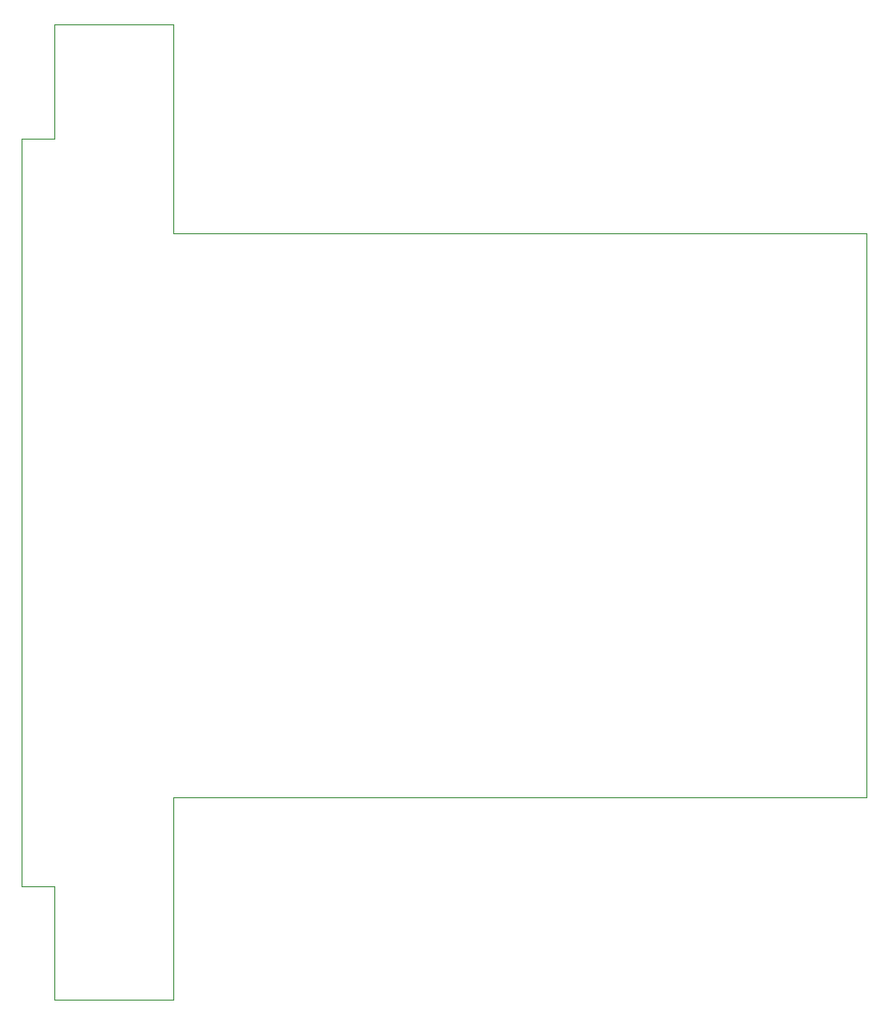
<source format=gbr>
%TF.GenerationSoftware,KiCad,Pcbnew,9.0.2+dfsg-1*%
%TF.CreationDate,2025-08-01T16:41:46+03:00*%
%TF.ProjectId,legacy_av_in,6c656761-6379-45f6-9176-5f696e2e6b69,rev?*%
%TF.SameCoordinates,Original*%
%TF.FileFunction,Profile,NP*%
%FSLAX46Y46*%
G04 Gerber Fmt 4.6, Leading zero omitted, Abs format (unit mm)*
G04 Created by KiCad (PCBNEW 9.0.2+dfsg-1) date 2025-08-01 16:41:46*
%MOMM*%
%LPD*%
G01*
G04 APERTURE LIST*
%TA.AperFunction,Profile*%
%ADD10C,0.050000*%
%TD*%
G04 APERTURE END LIST*
D10*
X46500000Y-24000000D02*
X43500000Y-24000000D01*
X46500000Y-91500000D02*
X46500000Y-101750000D01*
X46500000Y-13670000D02*
X46500000Y-24000000D01*
X57240000Y-83500000D02*
X119840000Y-83500000D01*
X57240000Y-32480000D02*
X57240000Y-13670000D01*
X43500000Y-91500000D02*
X46500000Y-91500000D01*
X119840000Y-32480000D02*
X57240000Y-32480000D01*
X57240000Y-13670000D02*
X46500000Y-13670000D01*
X46500000Y-101750000D02*
X57240000Y-101750000D01*
X57240000Y-101750000D02*
X57240000Y-83500000D01*
X43500000Y-24000000D02*
X43500000Y-91500000D01*
X119840000Y-83500000D02*
X119840000Y-32480000D01*
M02*

</source>
